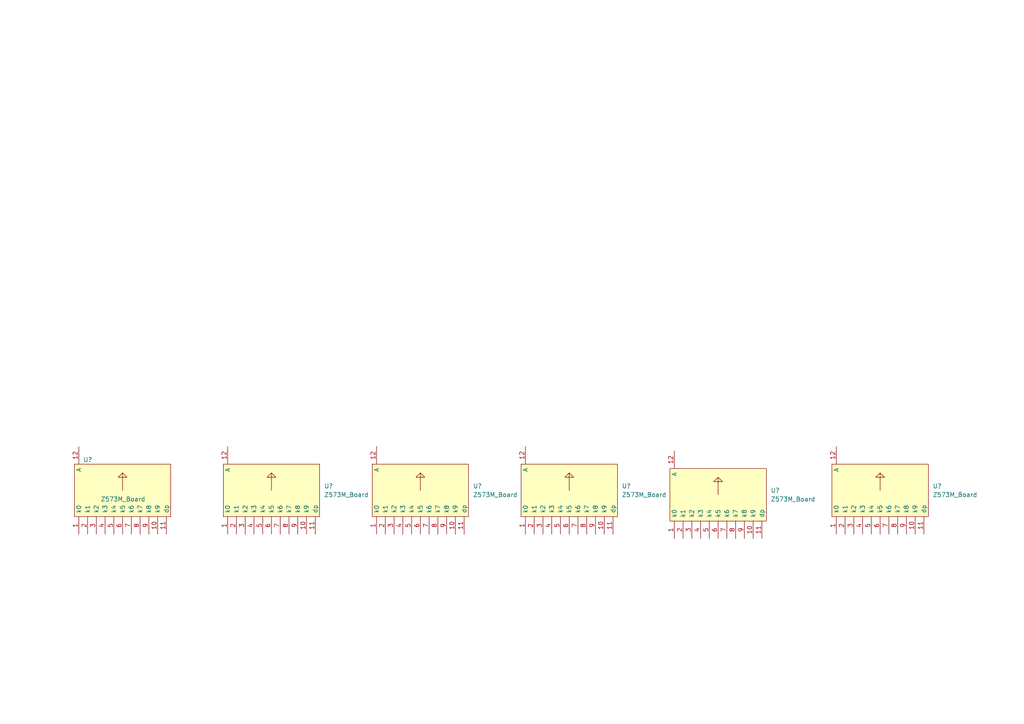
<source format=kicad_sch>
(kicad_sch (version 20211123) (generator eeschema)
  (paper "A4")
  (lib_symbols
    (symbol "Z573M_Board_1" (pin_names (offset 1.016))
      (property "Reference" "U?" (at -11.43 8.89 0))
      (property "Value" "Z573M_Board_1" (at -6.35 -2.54 0))
      (symbol "Z573M_Board_1_0_0"
        (polyline (pts (xy 0 0) (xy 0 5.08) (xy 1.27 3.81) (xy 0 5.08) (xy -1.27 3.81) (xy 1.27 3.81)))
      )
      (symbol "Z573M_Board_1_0_1"
        (rectangle (start -13.97 7.62) (end 13.97 -7.62) (fill (type background)))
      )
      (symbol "Z573M_Board_1_1_1"
        (pin bidirectional line (at -12.7 -12.7 90) (length 5.08) (name "k0") (number "1"))
        (pin bidirectional line (at 10.16 -12.7 90) (length 5.08) (name "k9") (number "10"))
        (pin bidirectional line (at 12.7 -12.7 90) (length 5.08) (name "dp") (number "11"))
        (pin power_in line (at -12.7 12.7 270) (length 5.08) (name "A") (number "12"))
        (pin bidirectional line (at -10.16 -12.7 90) (length 5.08) (name "k1") (number "2"))
        (pin bidirectional line (at -7.62 -12.7 90) (length 5.08) (name "k2") (number "3"))
        (pin bidirectional line (at -5.08 -12.7 90) (length 5.08) (name "k3") (number "4"))
        (pin bidirectional line (at -2.54 -12.7 90) (length 5.08) (name "k4") (number "5"))
        (pin bidirectional line (at 0 -12.7 90) (length 5.08) (name "k5") (number "6"))
        (pin bidirectional line (at 2.54 -12.7 90) (length 5.08) (name "k6") (number "7"))
        (pin bidirectional line (at 5.08 -12.7 90) (length 5.08) (name "k7") (number "8"))
        (pin bidirectional line (at 7.62 -12.7 90) (length 5.08) (name "k8") (number "9"))
      )
    )
    (symbol "Z573M_Board_2" (pin_names (offset 1.016))
      (property "Reference" "U" (at -10.16 8.89 0))
      (property "Value" "Z573M_Board_2" (at 0 -2.54 0))
      (symbol "Z573M_Board_2_0_0"
        (polyline (pts (xy 0 0) (xy 0 5.08) (xy 1.27 3.81) (xy 0 5.08) (xy -1.27 3.81) (xy 1.27 3.81)))
      )
      (symbol "Z573M_Board_2_0_1"
        (rectangle (start -13.97 7.62) (end 13.97 -7.62) (fill (type background)))
      )
      (symbol "Z573M_Board_2_1_1"
        (pin bidirectional line (at -12.7 -12.7 90) (length 5.08) (name "k0") (number "1"))
        (pin bidirectional line (at 10.16 -12.7 90) (length 5.08) (name "k9") (number "10"))
        (pin bidirectional line (at 12.7 -12.7 90) (length 5.08) (name "dp") (number "11"))
        (pin power_in line (at -12.7 12.7 270) (length 5.08) (name "A") (number "12"))
        (pin bidirectional line (at -10.16 -12.7 90) (length 5.08) (name "k1") (number "2"))
        (pin bidirectional line (at -7.62 -12.7 90) (length 5.08) (name "k2") (number "3"))
        (pin bidirectional line (at -5.08 -12.7 90) (length 5.08) (name "k3") (number "4"))
        (pin bidirectional line (at -2.54 -12.7 90) (length 5.08) (name "k4") (number "5"))
        (pin bidirectional line (at 0 -12.7 90) (length 5.08) (name "k5") (number "6"))
        (pin bidirectional line (at 2.54 -12.7 90) (length 5.08) (name "k6") (number "7"))
        (pin bidirectional line (at 5.08 -12.7 90) (length 5.08) (name "k7") (number "8"))
        (pin bidirectional line (at 7.62 -12.7 90) (length 5.08) (name "k8") (number "9"))
      )
    )
    (symbol "nixie-tube-clock-2.1:Z573M_Board" (pin_names (offset 1.016))
      (property "Reference" "U" (at 15.24 -8.89 0))
      (property "Value" "Z573M_Board" (at 0 -2.54 0))
      (symbol "Z573M_Board_0_0"
        (polyline (pts (xy 0 0) (xy 0 5.08) (xy 1.27 3.81) (xy 0 5.08) (xy -1.27 3.81) (xy 1.27 3.81)))
      )
      (symbol "Z573M_Board_0_1"
        (rectangle (start -13.97 7.62) (end 13.97 -7.62) (fill (type background)))
      )
      (symbol "Z573M_Board_1_1"
        (pin bidirectional line (at -12.7 -12.7 90) (length 5.08) (name "k0") (number "1"))
        (pin bidirectional line (at 10.16 -12.7 90) (length 5.08) (name "k9") (number "10"))
        (pin bidirectional line (at 12.7 -12.7 90) (length 5.08) (name "dp") (number "11"))
        (pin power_in line (at -12.7 12.7 270) (length 5.08) (name "A") (number "12"))
        (pin bidirectional line (at -10.16 -12.7 90) (length 5.08) (name "k1") (number "2"))
        (pin bidirectional line (at -7.62 -12.7 90) (length 5.08) (name "k2") (number "3"))
        (pin bidirectional line (at -5.08 -12.7 90) (length 5.08) (name "k3") (number "4"))
        (pin bidirectional line (at -2.54 -12.7 90) (length 5.08) (name "k4") (number "5"))
        (pin bidirectional line (at 0 -12.7 90) (length 5.08) (name "k5") (number "6"))
        (pin bidirectional line (at 2.54 -12.7 90) (length 5.08) (name "k6") (number "7"))
        (pin bidirectional line (at 5.08 -12.7 90) (length 5.08) (name "k7") (number "8"))
        (pin bidirectional line (at 7.62 -12.7 90) (length 5.08) (name "k8") (number "9"))
      )
    )
  )
  (symbol (lib_id "nixie-tube-clock-2.1:Z573M_Board") (at 165.1 142.24 0) (unit 1)
    (property "Reference" "U?" (at 180.34 140.9699 0) (effects (justify left)))
    (property "Value" "Z573M_Board" (at 180.34 143.5099 0) (effects (justify left)))
  )
  (symbol (lib_name "Z573M_Board_1") (lib_id "nixie-tube-clock-2.1:Z573M_Board") (at 35.56 142.24 0) (unit 1)
    (property "Reference" "U?" (at 24.13 133.35 0) (effects (justify left)))
    (property "Value" "Z573M_Board" (at 29.21 144.78 0) (effects (justify left)))
  )
  (symbol (lib_name "Z573M_Board_2") (lib_id "nixie-tube-clock-2.1:Z573M_Board") (at 78.74 142.24 0) (unit 1)
    (property "Reference" "U?" (at 93.98 140.9699 0) (effects (justify left)))
    (property "Value" "Z573M_Board" (at 93.98 143.5099 0) (effects (justify left)))
  )
  (symbol (lib_id "nixie-tube-clock-2.1:Z573M_Board") (at 121.92 142.24 0) (unit 1)
    (property "Reference" "U?" (at 137.16 140.9699 0) (effects (justify left)))
    (property "Value" "Z573M_Board" (at 137.16 143.5099 0) (effects (justify left)))
  )
  (symbol (lib_id "nixie-tube-clock-2.1:Z573M_Board") (at 255.27 142.24 0) (unit 1)
    (property "Reference" "U?" (at 270.51 140.9699 0) (effects (justify left)))
    (property "Value" "Z573M_Board" (at 270.51 143.5099 0) (effects (justify left)))
  )
  (symbol (lib_id "nixie-tube-clock-2.1:Z573M_Board") (at 208.28 143.51 0) (unit 1)
    (property "Reference" "U?" (at 223.52 142.2399 0) (effects (justify left)))
    (property "Value" "Z573M_Board" (at 223.52 144.7799 0) (effects (justify left)))
  )
)
</source>
